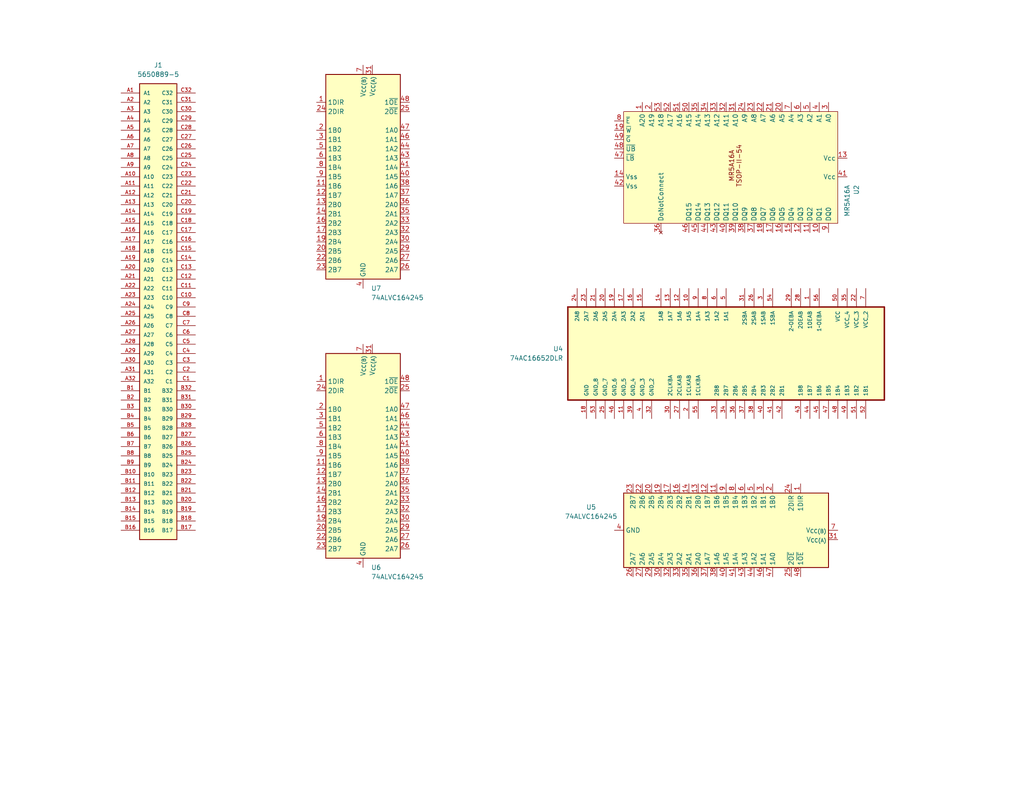
<source format=kicad_sch>
(kicad_sch (version 20231120) (generator "eeschema") (generator_version "8.0")
  (paper "USLetter")
  (title_block (title "WUT-4 High Speed section") (company "Wholly Unnecessary Technologies"))
  (lib_symbols
    (symbol "5650889-5:5650889-5" (pin_names (offset 1.016))
      (property "Reference" "J" (at -5.58 124.46 0))
      (property "Value" "5650889-5" (at -5.08 -124.46 0))
      (symbol "5650889-5_0_0"
        (rectangle (start -5.08 124.46) (end 5.08 0) (stroke (width 0.254)) (fill (type background)))
        (pin passive line (at -10.16 121.92 0) (length 5.08) (name "A1") (number "A1"))
        (pin passive line (at -10.16 99.06 0) (length 5.08) (name "A10") (number "A10"))
        (pin passive line (at -10.16 96.52 0) (length 5.08) (name "A11") (number "A11"))
        (pin passive line (at -10.16 93.98 0) (length 5.08) (name "A12") (number "A12"))
        (pin passive line (at -10.16 91.44 0) (length 5.08) (name "A13") (number "A13"))
        (pin passive line (at -10.16 88.9 0) (length 5.08) (name "A14") (number "A14"))
        (pin passive line (at -10.16 86.36 0) (length 5.08) (name "A15") (number "A15"))
        (pin passive line (at -10.16 83.82 0) (length 5.08) (name "A16") (number "A16"))
        (pin passive line (at -10.16 81.28 0) (length 5.08) (name "A17") (number "A17"))
        (pin passive line (at -10.16 78.74 0) (length 5.08) (name "A18") (number "A18"))
        (pin passive line (at -10.16 76.2 0) (length 5.08) (name "A19") (number "A19"))
        (pin passive line (at -10.16 119.38 0) (length 5.08) (name "A2") (number "A2"))
        (pin passive line (at -10.16 73.66 0) (length 5.08) (name "A20") (number "A20"))
        (pin passive line (at -10.16 71.12 0) (length 5.08) (name "A21") (number "A21"))
        (pin passive line (at -10.16 68.58 0) (length 5.08) (name "A22") (number "A22"))
        (pin passive line (at -10.16 66.04 0) (length 5.08) (name "A23") (number "A23"))
        (pin passive line (at -10.16 63.5 0) (length 5.08) (name "A24") (number "A24"))
        (pin passive line (at -10.16 60.96 0) (length 5.08) (name "A25") (number "A25"))
        (pin passive line (at -10.16 58.42 0) (length 5.08) (name "A26") (number "A26"))
        (pin passive line (at -10.16 55.88 0) (length 5.08) (name "A27") (number "A27"))
        (pin passive line (at -10.16 53.34 0) (length 5.08) (name "A28") (number "A28"))
        (pin passive line (at -10.16 50.8 0) (length 5.08) (name "A29") (number "A29"))
        (pin passive line (at -10.16 116.84 0) (length 5.08) (name "A3") (number "A3"))
        (pin passive line (at -10.16 48.26 0) (length 5.08) (name "A30") (number "A30"))
        (pin passive line (at -10.16 45.72 0) (length 5.08) (name "A31") (number "A31"))
        (pin passive line (at -10.16 43.18 0) (length 5.08) (name "A32") (number "A32"))
        (pin passive line (at -10.16 114.3 0) (length 5.08) (name "A4") (number "A4"))
        (pin passive line (at -10.16 111.76 0) (length 5.08) (name "A5") (number "A5"))
        (pin passive line (at -10.16 109.22 0) (length 5.08) (name "A6") (number "A6"))
        (pin passive line (at -10.16 106.68 0) (length 5.08) (name "A7") (number "A7"))
        (pin passive line (at -10.16 104.14 0) (length 5.08) (name "A8") (number "A8"))
        (pin passive line (at -10.16 101.6 0) (length 5.08) (name "A9") (number "A9"))
        (pin passive line (at -10.16 40.64 0) (length 5.08) (name "B1") (number "B1"))
        (pin passive line (at -10.16 17.78 0) (length 5.08) (name "B10") (number "B10"))
        (pin passive line (at -10.16 15.24 0) (length 5.08) (name "B11") (number "B11"))
        (pin passive line (at -10.16 12.7 0) (length 5.08) (name "B12") (number "B12"))
        (pin passive line (at -10.16 10.16 0) (length 5.08) (name "B13") (number "B13"))
        (pin passive line (at -10.16 7.62 0) (length 5.08) (name "B14") (number "B14"))
        (pin passive line (at -10.16 5.08 0) (length 5.08) (name "B15") (number "B15"))
        (pin passive line (at -10.16 2.54 0) (length 5.08) (name "B16") (number "B16"))
        (pin passive line (at 10.16 2.54 180) (length 5.08) (name "B17") (number "B17"))
        (pin passive line (at 10.16 5.08 180) (length 5.08) (name "B18") (number "B18"))
        (pin passive line (at 10.16 7.62 180) (length 5.08) (name "B19") (number "B19"))
        (pin passive line (at -10.16 38.1 0) (length 5.08) (name "B2") (number "B2"))
        (pin passive line (at 10.16 10.16 180) (length 5.08) (name "B20") (number "B20"))
        (pin passive line (at 10.16 12.7 180) (length 5.08) (name "B21") (number "B21"))
        (pin passive line (at 10.16 15.24 180) (length 5.08) (name "B22") (number "B22"))
        (pin passive line (at 10.16 17.78 180) (length 5.08) (name "B23") (number "B23"))
        (pin passive line (at 10.16 20.32 180) (length 5.08) (name "B24") (number "B24"))
        (pin passive line (at 10.16 22.86 180) (length 5.08) (name "B25") (number "B25"))
        (pin passive line (at 10.16 25.4 180) (length 5.08) (name "B26") (number "B26"))
        (pin passive line (at 10.16 27.94 180) (length 5.08) (name "B27") (number "B27"))
        (pin passive line (at 10.16 30.48 180) (length 5.08) (name "B28") (number "B28"))
        (pin passive line (at 10.16 33.02 180) (length 5.08) (name "B29") (number "B29"))
        (pin passive line (at -10.16 35.56 0) (length 5.08) (name "B3") (number "B3"))
        (pin passive line (at 10.16 35.56 180) (length 5.08) (name "B30") (number "B30"))
        (pin passive line (at 10.16 38.1 180) (length 5.08) (name "B31") (number "B31"))
        (pin passive line (at 10.16 40.64 180) (length 5.08) (name "B32") (number "B32"))
        (pin passive line (at -10.16 33.02 0) (length 5.08) (name "B4") (number "B4"))
        (pin passive line (at -10.16 30.48 0) (length 5.08) (name "B5") (number "B5"))
        (pin passive line (at -10.16 27.94 0) (length 5.08) (name "B6") (number "B6"))
        (pin passive line (at -10.16 25.4 0) (length 5.08) (name "B7") (number "B7"))
        (pin passive line (at -10.16 22.86 0) (length 5.08) (name "B8") (number "B8"))
        (pin passive line (at -10.16 20.32 0) (length 5.08) (name "B9") (number "B9"))
        (pin passive line (at 10.16 43.18 180) (length 5.08) (name "C1") (number "C1"))
        (pin passive line (at 10.16 66.04 180) (length 5.08) (name "C10") (number "C10"))
        (pin passive line (at 10.16 68.58 180) (length 5.08) (name "C11") (number "C11"))
        (pin passive line (at 10.16 71.12 180) (length 5.08) (name "C12") (number "C12"))
        (pin passive line (at 10.16 73.66 180) (length 5.08) (name "C13") (number "C13"))
        (pin passive line (at 10.16 76.2 180) (length 5.08) (name "C14") (number "C14"))
        (pin passive line (at 10.16 78.74 180) (length 5.08) (name "C15") (number "C15"))
        (pin passive line (at 10.16 81.28 180) (length 5.08) (name "C16") (number "C16"))
        (pin passive line (at 10.16 83.82 180) (length 5.08) (name "C17") (number "C17"))
        (pin passive line (at 10.16 86.36 180) (length 5.08) (name "C18") (number "C18"))
        (pin passive line (at 10.16 88.9 180) (length 5.08) (name "C19") (number "C19"))
        (pin passive line (at 10.16 45.72 180) (length 5.08) (name "C2") (number "C2"))
        (pin passive line (at 10.16 91.44 180) (length 5.08) (name "C20") (number "C20"))
        (pin passive line (at 10.16 93.98 180) (length 5.08) (name "C21") (number "C21"))
        (pin passive line (at 10.16 96.52 180) (length 5.08) (name "C22") (number "C22"))
        (pin passive line (at 10.16 99.06 180) (length 5.08) (name "C23") (number "C23"))
        (pin passive line (at 10.16 101.6 180) (length 5.08) (name "C24") (number "C24"))
        (pin passive line (at 10.16 104.14 180) (length 5.08) (name "C25") (number "C25"))
        (pin passive line (at 10.16 106.68 180) (length 5.08) (name "C26") (number "C26"))
        (pin passive line (at 10.16 109.22 180) (length 5.08) (name "C27") (number "C27"))
        (pin passive line (at 10.16 111.76 180) (length 5.08) (name "C28") (number "C28"))
        (pin passive line (at 10.16 114.3 180) (length 5.08) (name "C29") (number "C29"))
        (pin passive line (at 10.16 48.26 180) (length 5.08) (name "C3") (number "C3"))
        (pin passive line (at 10.16 116.84 180) (length 5.08) (name "C30") (number "C30"))
        (pin passive line (at 10.16 119.38 180) (length 5.08) (name "C31") (number "C31"))
        (pin passive line (at 10.16 121.92 180) (length 5.08) (name "C32") (number "C32"))
        (pin passive line (at 10.16 50.8 180) (length 5.08) (name "C4") (number "C4"))
        (pin passive line (at 10.16 53.34 180) (length 5.08) (name "C5") (number "C5"))
        (pin passive line (at 10.16 55.88 180) (length 5.08) (name "C6") (number "C6"))
        (pin passive line (at 10.16 58.42 180) (length 5.08) (name "C7") (number "C7"))
        (pin passive line (at 10.16 60.96 180) (length 5.08) (name "C8") (number "C8"))
        (pin passive line (at 10.16 63.5 180) (length 5.08) (name "C9") (number "C9"))
      )
    )
    (symbol "74AC16652DLR:74AC16652DLR" (pin_names (offset 1.016))
      (property "Reference" "U" (at -5.1054 60.1218 0))
      (property "Value" "74AC16652DLR" (at 2.286 60.198 0))
      (symbol "74AC16652DLR_0_0"
        (rectangle (start -12.7 58.42) (end 12.7 -27.94) (stroke (width 0.4064)) (fill (type background)))
        (pin input line (at -17.78 38.1 0) (length 5.08) (name "1OEAB") (number "1"))
        (pin bidirectional line (at -17.78 5.08 0) (length 5.08) (name "1A5") (number "10"))
        (pin passive line (at 17.78 -12.7 180) (length 5.08) (name "GND_5") (number "11"))
        (pin bidirectional line (at -17.78 2.54 0) (length 5.08) (name "1A6") (number "12"))
        (pin bidirectional line (at -17.78 0 0) (length 5.08) (name "1A7") (number "13"))
        (pin bidirectional line (at -17.78 -2.54 0) (length 5.08) (name "1A8") (number "14"))
        (pin bidirectional line (at -17.78 -7.62 0) (length 5.08) (name "2A1") (number "15"))
        (pin bidirectional line (at -17.78 -10.16 0) (length 5.08) (name "2A2") (number "16"))
        (pin bidirectional line (at -17.78 -12.7 0) (length 5.08) (name "2A3") (number "17"))
        (pin passive line (at 17.78 -22.86 180) (length 5.08) (name "GND") (number "18"))
        (pin bidirectional line (at -17.78 -15.24 0) (length 5.08) (name "2A4") (number "19"))
        (pin input line (at 17.78 5.08 180) (length 5.08) (name "1CLKAB") (number "2"))
        (pin bidirectional line (at -17.78 -17.78 0) (length 5.08) (name "2A5") (number "20"))
        (pin bidirectional line (at -17.78 -20.32 0) (length 5.08) (name "2A6") (number "21"))
        (pin power_in line (at -17.78 50.8 0) (length 5.08) (name "VCC_3") (number "22"))
        (pin bidirectional line (at -17.78 -22.86 0) (length 5.08) (name "2A7") (number "23"))
        (pin bidirectional line (at -17.78 -25.4 0) (length 5.08) (name "2A8") (number "24"))
        (pin passive line (at 17.78 -17.78 180) (length 5.08) (name "GND_7") (number "25"))
        (pin input line (at -17.78 22.86 0) (length 5.08) (name "2SAB") (number "26"))
        (pin input line (at 17.78 2.54 180) (length 5.08) (name "2CLKAB") (number "27"))
        (pin input line (at -17.78 35.56 0) (length 5.08) (name "2OEAB") (number "28"))
        (pin input line (at -17.78 33.02 0) (length 5.08) (name "2~OEBA") (number "29"))
        (pin input line (at -17.78 25.4 0) (length 5.08) (name "1SAB") (number "3"))
        (pin input line (at 17.78 0 180) (length 5.08) (name "2CLKBA") (number "30"))
        (pin input line (at -17.78 20.32 0) (length 5.08) (name "2SBA") (number "31"))
        (pin passive line (at 17.78 -5.08 180) (length 5.08) (name "GND_2") (number "32"))
        (pin bidirectional line (at 17.78 12.7 180) (length 5.08) (name "2B8") (number "33"))
        (pin bidirectional line (at 17.78 15.24 180) (length 5.08) (name "2B7") (number "34"))
        (pin power_in line (at -17.78 48.26 0) (length 5.08) (name "VCC_4") (number "35"))
        (pin bidirectional line (at 17.78 17.78 180) (length 5.08) (name "2B6") (number "36"))
        (pin bidirectional line (at 17.78 20.32 180) (length 5.08) (name "2B5") (number "37"))
        (pin bidirectional line (at 17.78 22.86 180) (length 5.08) (name "2B4") (number "38"))
        (pin passive line (at 17.78 -10.16 180) (length 5.08) (name "GND_4") (number "39"))
        (pin passive line (at 17.78 -7.62 180) (length 5.08) (name "GND_3") (number "4"))
        (pin bidirectional line (at 17.78 25.4 180) (length 5.08) (name "2B3") (number "40"))
        (pin bidirectional line (at 17.78 27.94 180) (length 5.08) (name "2B2") (number "41"))
        (pin bidirectional line (at 17.78 30.48 180) (length 5.08) (name "2B1") (number "42"))
        (pin bidirectional line (at 17.78 35.56 180) (length 5.08) (name "1B8") (number "43"))
        (pin bidirectional line (at 17.78 38.1 180) (length 5.08) (name "1B7") (number "44"))
        (pin bidirectional line (at 17.78 40.64 180) (length 5.08) (name "1B6") (number "45"))
        (pin passive line (at 17.78 -15.24 180) (length 5.08) (name "GND_6") (number "46"))
        (pin bidirectional line (at 17.78 43.18 180) (length 5.08) (name "1B5") (number "47"))
        (pin bidirectional line (at 17.78 45.72 180) (length 5.08) (name "1B4") (number "48"))
        (pin bidirectional line (at 17.78 48.26 180) (length 5.08) (name "1B3") (number "49"))
        (pin bidirectional line (at -17.78 15.24 0) (length 5.08) (name "1A1") (number "5"))
        (pin power_in line (at -17.78 45.72 0) (length 5.08) (name "VCC") (number "50"))
        (pin bidirectional line (at 17.78 50.8 180) (length 5.08) (name "1B2") (number "51"))
        (pin bidirectional line (at 17.78 53.34 180) (length 5.08) (name "1B1") (number "52"))
        (pin passive line (at 17.78 -20.32 180) (length 5.08) (name "GND_8") (number "53"))
        (pin input line (at -17.78 27.94 0) (length 5.08) (name "1SBA") (number "54"))
        (pin input line (at 17.78 7.62 180) (length 5.08) (name "1CLKBA") (number "55"))
        (pin input line (at -17.78 40.64 0) (length 5.08) (name "1~OEBA") (number "56"))
        (pin bidirectional line (at -17.78 12.7 0) (length 5.08) (name "1A2") (number "6"))
        (pin power_in line (at -17.78 53.34 0) (length 5.08) (name "VCC_2") (number "7"))
        (pin bidirectional line (at -17.78 10.16 0) (length 5.08) (name "1A3") (number "8"))
        (pin bidirectional line (at -17.78 7.62 0) (length 5.08) (name "1A4") (number "9"))
      )
    )
    (symbol "74xx:74ALVC164245"
      (property "Reference" "U" (at -10.16 29.21 0))
      (property "Value" "74ALVC164245" (at 1.27 -29.21 0))
      (symbol "74ALVC164245_0_1"
        (rectangle (start -10.16 27.94) (end 10.16 -27.94) (stroke (width 0.254)) (fill (type background)))
      )
      (symbol "74ALVC164245_1_1"
        (pin input line (at -12.7 20.32 0) (length 2.54) (name "1DIR") (number "1"))
        (pin passive line (at 0 -30.48 90) (length 2.54) hide (name "GND") (number "10"))
        (pin bidirectional line (at -12.7 -2.54 0) (length 2.54) (name "1B6") (number "11"))
        (pin bidirectional line (at -12.7 -5.08 0) (length 2.54) (name "1B7") (number "12"))
        (pin bidirectional line (at -12.7 -7.62 0) (length 2.54) (name "2B0") (number "13"))
        (pin bidirectional line (at -12.7 -10.16 0) (length 2.54) (name "2B1") (number "14"))
        (pin passive line (at 0 -30.48 90) (length 2.54) hide (name "GND") (number "15"))
        (pin bidirectional line (at -12.7 -12.7 0) (length 2.54) (name "2B2") (number "16"))
        (pin bidirectional line (at -12.7 -15.24 0) (length 2.54) (name "2B3") (number "17"))
        (pin passive line (at 0 30.48 270) (length 2.54) hide (name "V_{CC(B)}") (number "18"))
        (pin bidirectional line (at -12.7 -17.78 0) (length 2.54) (name "2B4") (number "19"))
        (pin bidirectional line (at -12.7 12.7 0) (length 2.54) (name "1B0") (number "2"))
        (pin bidirectional line (at -12.7 -20.32 0) (length 2.54) (name "2B5") (number "20"))
        (pin passive line (at 0 -30.48 90) (length 2.54) hide (name "GND") (number "21"))
        (pin bidirectional line (at -12.7 -22.86 0) (length 2.54) (name "2B6") (number "22"))
        (pin bidirectional line (at -12.7 -25.4 0) (length 2.54) (name "2B7") (number "23"))
        (pin input line (at -12.7 17.78 0) (length 2.54) (name "2DIR") (number "24"))
        (pin input line (at 12.7 17.78 180) (length 2.54) (name "2~{OE}") (number "25"))
        (pin bidirectional line (at 12.7 -25.4 180) (length 2.54) (name "2A7") (number "26"))
        (pin bidirectional line (at 12.7 -22.86 180) (length 2.54) (name "2A6") (number "27"))
        (pin passive line (at 0 -30.48 90) (length 2.54) hide (name "GND") (number "28"))
        (pin bidirectional line (at 12.7 -20.32 180) (length 2.54) (name "2A5") (number "29"))
        (pin bidirectional line (at -12.7 10.16 0) (length 2.54) (name "1B1") (number "3"))
        (pin bidirectional line (at 12.7 -17.78 180) (length 2.54) (name "2A4") (number "30"))
        (pin power_in line (at 2.54 30.48 270) (length 2.54) (name "V_{CC(A)}") (number "31"))
        (pin bidirectional line (at 12.7 -15.24 180) (length 2.54) (name "2A3") (number "32"))
        (pin bidirectional line (at 12.7 -12.7 180) (length 2.54) (name "2A2") (number "33"))
        (pin passive line (at 0 -30.48 90) (length 2.54) hide (name "GND") (number "34"))
        (pin bidirectional line (at 12.7 -10.16 180) (length 2.54) (name "2A1") (number "35"))
        (pin bidirectional line (at 12.7 -7.62 180) (length 2.54) (name "2A0") (number "36"))
        (pin bidirectional line (at 12.7 -5.08 180) (length 2.54) (name "1A7") (number "37"))
        (pin bidirectional line (at 12.7 -2.54 180) (length 2.54) (name "1A6") (number "38"))
        (pin passive line (at 0 -30.48 90) (length 2.54) hide (name "GND") (number "39"))
        (pin power_in line (at 0 -30.48 90) (length 2.54) (name "GND") (number "4"))
        (pin bidirectional line (at 12.7 0 180) (length 2.54) (name "1A5") (number "40"))
        (pin bidirectional line (at 12.7 2.54 180) (length 2.54) (name "1A4") (number "41"))
        (pin passive line (at 2.54 30.48 270) (length 2.54) hide (name "V_{CC(A)}") (number "42"))
        (pin bidirectional line (at 12.7 5.08 180) (length 2.54) (name "1A3") (number "43"))
        (pin bidirectional line (at 12.7 7.62 180) (length 2.54) (name "1A2") (number "44"))
        (pin passive line (at 0 -30.48 90) (length 2.54) hide (name "GND") (number "45"))
        (pin bidirectional line (at 12.7 10.16 180) (length 2.54) (name "1A1") (number "46"))
        (pin bidirectional line (at 12.7 12.7 180) (length 2.54) (name "1A0") (number "47"))
        (pin input line (at 12.7 20.32 180) (length 2.54) (name "1~{OE}") (number "48"))
        (pin bidirectional line (at -12.7 7.62 0) (length 2.54) (name "1B2") (number "5"))
        (pin bidirectional line (at -12.7 5.08 0) (length 2.54) (name "1B3") (number "6"))
        (pin power_in line (at 0 30.48 270) (length 2.54) (name "V_{CC(B)}") (number "7"))
        (pin bidirectional line (at -12.7 2.54 0) (length 2.54) (name "1B4") (number "8"))
        (pin bidirectional line (at -12.7 0 0) (length 2.54) (name "1B5") (number "9"))
      )
    )
    (symbol "MRAM:MR5A16A"
      (property "Reference" "U" (at 5.08 29.464 0))
      (property "Value" "MR5A16A" (at -10.16 29.464 0))
      (symbol "MR5A16A_0_1"
        (rectangle (start -15.24 27.94) (end 15.24 -30.48) (fill (type background)))
      )
      (symbol "MR5A16A_1_1"
        (text "MR5A16A\nTSOP-II-54" (at -0.508 0 0) (effects (font (size 1.27 1.27))))
        (pin input line (at -17.78 -25.4 0) (length 2.54) (name "A20") (number "1"))
        (pin tri_state line (at 17.78 22.86 180) (length 2.54) (name "DQ1") (number "10"))
        (pin tri_state line (at 17.78 20.32 180) (length 2.54) (name "DQ2") (number "11"))
        (pin tri_state line (at 17.78 17.78 180) (length 2.54) (name "DQ3") (number "12"))
        (pin power_in line (at -2.54 30.48 270) (length 2.54) (name "Vcc") (number "13"))
        (pin power_out line (at 2.54 -33.02 90) (length 2.54) (name "Vss") (number "14"))
        (pin tri_state line (at 17.78 15.24 180) (length 2.54) (name "DQ4") (number "15"))
        (pin tri_state line (at 17.78 12.7 180) (length 2.54) (name "DQ5") (number "16"))
        (pin tri_state line (at 17.78 10.16 180) (length 2.54) (name "DQ6") (number "17"))
        (pin tri_state line (at 17.78 7.62 180) (length 2.54) (name "DQ7") (number "18"))
        (pin input line (at -10.16 -33.02 90) (length 2.54) (name "~{W}") (number "19"))
        (pin input line (at -17.78 -22.86 0) (length 2.54) (name "A19") (number "2"))
        (pin input line (at -17.78 12.7 0) (length 2.54) (name "A5") (number "20"))
        (pin input line (at -17.78 10.16 0) (length 2.54) (name "A6") (number "21"))
        (pin input line (at -17.78 7.62 0) (length 2.54) (name "A7") (number "22"))
        (pin input line (at -17.78 5.08 0) (length 2.54) (name "A8") (number "23"))
        (pin input line (at -17.78 2.54 0) (length 2.54) (name "A9") (number "24"))
        (pin input line (at -17.78 25.4 0) (length 2.54) (name "A0") (number "3"))
        (pin input line (at -17.78 0 0) (length 2.54) (name "A10") (number "31"))
        (pin input line (at -17.78 -2.54 0) (length 2.54) (name "A11") (number "32"))
        (pin input line (at -17.78 -5.08 0) (length 2.54) (name "A12") (number "33"))
        (pin input line (at -17.78 -7.62 0) (length 2.54) (name "A13") (number "34"))
        (pin input line (at -17.78 -10.16 0) (length 2.54) (name "A14") (number "35"))
        (pin no_connect line (at 17.78 -20.32 180) (length 2.54) (name "DoNotConnect") (number "36"))
        (pin tri_state line (at 17.78 5.08 180) (length 2.54) (name "DQ8") (number "37"))
        (pin tri_state line (at 17.78 2.54 180) (length 2.54) (name "DQ9") (number "38"))
        (pin tri_state line (at 17.78 0 180) (length 2.54) (name "DQ10") (number "39"))
        (pin input line (at -17.78 22.86 0) (length 2.54) (name "A1") (number "4"))
        (pin tri_state line (at 17.78 -2.54 180) (length 2.54) (name "DQ11") (number "40"))
        (pin power_in line (at 2.54 30.48 270) (length 2.54) (name "Vcc") (number "41"))
        (pin power_out line (at 5.08 -33.02 90) (length 2.54) (name "Vss") (number "42"))
        (pin tri_state line (at 17.78 -5.08 180) (length 2.54) (name "DQ12") (number "43"))
        (pin tri_state line (at 17.78 -7.62 180) (length 2.54) (name "DQ13") (number "44"))
        (pin tri_state line (at 17.78 -10.16 180) (length 2.54) (name "DQ14") (number "45"))
        (pin tri_state line (at 17.78 -12.7 180) (length 2.54) (name "DQ15") (number "46"))
        (pin input line (at -2.54 -33.02 90) (length 2.54) (name "~{LB}") (number "47"))
        (pin input line (at -5.08 -33.02 90) (length 2.54) (name "~{UB}") (number "48"))
        (pin input line (at -7.62 -33.02 90) (length 2.54) (name "~{G}") (number "49"))
        (pin input line (at -17.78 20.32 0) (length 2.54) (name "A2") (number "5"))
        (pin input line (at -17.78 -12.7 0) (length 2.54) (name "A15") (number "50"))
        (pin input line (at -17.78 -15.24 0) (length 2.54) (name "A16") (number "51"))
        (pin input line (at -17.78 -17.78 0) (length 2.54) (name "A17") (number "52"))
        (pin input line (at -17.78 -20.32 0) (length 2.54) (name "A18") (number "53"))
        (pin input line (at -17.78 17.78 0) (length 2.54) (name "A3") (number "6"))
        (pin input line (at -17.78 15.24 0) (length 2.54) (name "A4") (number "7"))
        (pin input line (at -12.7 -33.02 90) (length 2.54) (name "~{E}") (number "8"))
        (pin tri_state line (at 17.78 25.4 180) (length 2.54) (name "DQ0") (number "9"))
      )
    )
  )
  (symbol (lib_id "MRAM:MR5A16A") (at 200.66 45.72 270) (unit 1)
    (property "Reference" "U2" (at 233.68 50.4541 0) (effects (justify left)))
    (property "Value" "MR5A16A" (at 231.14 50.4541 0) (effects (justify left)))
    (property "Footprint" "Package_SO:TSOP-II-54_22.2x10.16mm_P0.8mm" (effects (hide yes)))
    (property "Description" "2Mx16 Magnetoresistive non-volatile RAM" (effects (hide yes)))
  )
  (symbol (lib_id "74xx:74ALVC164245") (at 99.06 48.26 0) (unit 1)
    (property "Reference" "U7" (at 101.2541 78.74 0) (effects (justify left)))
    (property "Value" "74ALVC164245" (at 101.2541 81.28 0) (effects (justify left)))
    (property "Footprint" "Package_SO:TSSOP-48_6.1x12.5mm_P0.5mm" (effects (hide yes)))
    (property "Datasheet" "https://assets.nexperia.com/documents/data-sheet/74ALVC164245.pdf" (effects (hide yes)))
    (property "Description" "16-Bit 2.5V to 3.3V or 3.3V to 5V Level-Shifting Transceiver With 3-State Outputs, TSSOP-48" (effects (hide yes)))
  )
  (symbol (lib_id "74AC16652DLR:74AC16652DLR") (at 182.88 96.52 270) (unit 1)
    (property "Reference" "U4" (at 153.67 95.2499 90) (effects (justify right)))
    (property "Value" "74AC16652DLR" (at 153.67 97.7899 90) (effects (justify right)))
    (property "Footprint" "74AC16652DLR:SOP63P1035X279-56N" (effects (hide yes)))
    (property "MF" "Texas Instruments" (effects (hide yes)))
    (property "Description_1" "\n16-Bit Bus Transceivers And Registers With 3-State Outputs 56-SSOP -40 to 85\n" (effects (hide yes)))
    (property "PACKAGE" "56-SSOP" (effects (hide yes)))
    (property "MPN" "74AC16652DLR" (effects (hide yes)))
    (property "Price" "None" (effects (hide yes)))
    (property "Package" "SSOP-56 Texas Instruments" (effects (hide yes)))
    (property "OC_FARNELL" "1752787" (effects (hide yes)))
    (property "SnapEDA_Link" "https://www.snapeda.com/parts/74AC16652DLR/Texas+Instruments/view-part/?ref=snap" (effects (hide yes)))
    (property "MP" "74AC16652DLR" (effects (hide yes)))
    (property "SUPPLIER" "Texas Instruments" (effects (hide yes)))
    (property "OC_NEWARK" "34R9749" (effects (hide yes)))
    (property "Availability" "In Stock" (effects (hide yes)))
    (property "Check_prices" "https://www.snapeda.com/parts/74AC16652DLR/Texas+Instruments/view-part/?ref=eda" (effects (hide yes)))
  )
  (symbol (lib_id "5650889-5:5650889-5") (at 43.18 147.32 0) (unit 1)
    (property "Reference" "J1" (at 43.18 17.78 0))
    (property "Value" "5650889-5" (at 43.18 20.32 0))
    (property "Footprint" "5650889-5:TE_5650889-5" (effects (hide yes)))
    (property "Description" "Connector DIN 41612 PIN 96 POS 2.54mm Press Fit ST Thru-Hole" (effects (hide yes)))
    (property "Comment" "5650889-5" (effects (hide yes)))
    (property "Check_prices" "https://www.snapeda.com/parts/5650889-5/TE+Connectivity+AMP+Connectors/view-part/?ref=eda" (effects (hide yes)))
    (property "PACKAGE" "None" (effects (hide yes)))
    (property "Number_of_Positions" "96" (effects (hide yes)))
    (property "SnapEDA_Link" "https://www.snapeda.com/parts/5650889-5/TE+Connectivity+AMP+Connectors/view-part/?ref=snap" (effects (hide yes)))
    (property "Purchase-URL" "https://www.snapeda.com/api/url_track_click_mouser/?unipart_id=575542&manufacturer=TE Connectivity&part_name=5650889-5&search_term=None" (effects (hide yes)))
    (property "AVAILABILITY" "Unavailable" (effects (hide yes)))
    (property "Description_1" "\nASSY PIN EUROCARD TYPE R LEAD-FREE 96 PO | TE Connectivity 5650889-5\n" (effects (hide yes)))
    (property "COMMENT" "5650889-5" (effects (hide yes)))
    (property "MF" "TE Connectivity" (effects (hide yes)))
    (property "Product_Type" "Connector" (effects (hide yes)))
    (property "PRICE" "None" (effects (hide yes)))
    (property "Package" "None" (effects (hide yes)))
    (property "TE_PURCHASE_URL" "https://www.te.com/usa-en/product-5650889-5.html?te_bu=Cor&te_type=disp&te_campaign=seda_glo_cor-seda-global-disp-prtnr-fy19-seda-model-bom-cta_sma-317_1&elqCampaignId=32493" (effects (hide yes)))
    (property "Availability" "In Stock" (effects (hide yes)))
    (property "MP" "5650889-5" (effects (hide yes)))
    (property "EU_RoHS_Compliance" "Compliant" (effects (hide yes)))
    (property "Price" "None" (effects (hide yes)))
    (property "Centerline_Pitch" "2.54 mm[.1 in]" (effects (hide yes)))
  )
  (symbol (lib_id "74xx:74ALVC164245") (at 99.06 124.46 0) (unit 1)
    (property "Reference" "U6" (at 101.2541 154.94 0) (effects (justify left)))
    (property "Value" "74ALVC164245" (at 101.2541 157.48 0) (effects (justify left)))
    (property "Footprint" "Package_SO:TSSOP-48_6.1x12.5mm_P0.5mm" (effects (hide yes)))
    (property "Datasheet" "https://assets.nexperia.com/documents/data-sheet/74ALVC164245.pdf" (effects (hide yes)))
    (property "Description" "16-Bit 2.5V to 3.3V or 3.3V to 5V Level-Shifting Transceiver With 3-State Outputs, TSSOP-48" (effects (hide yes)))
  )
  (symbol (lib_id "74xx:74ALVC164245") (at 198.12 144.78 270) (unit 1)
    (property "Reference" "U5" (at 161.29 138.4614 90))
    (property "Value" "74ALVC164245" (at 161.29 141.0014 90))
    (property "Footprint" "Package_SO:TSSOP-48_6.1x12.5mm_P0.5mm" (effects (hide yes)))
    (property "Datasheet" "https://assets.nexperia.com/documents/data-sheet/74ALVC164245.pdf" (effects (hide yes)))
    (property "Description" "16-Bit 2.5V to 3.3V or 3.3V to 5V Level-Shifting Transceiver With 3-State Outputs, TSSOP-48" (effects (hide yes)))
  )
)
</source>
